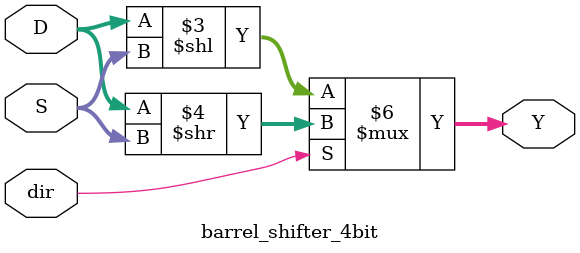
<source format=v>
`timescale 1ns / 1ps


module barrel_shifter_4bit (
    input [3:0] D,   // 4-bit input data
    input [1:0] S,   // 2-bit shift amount (0 to 3)
    input dir,       // Shift direction (0 = left, 1 = right)
    output reg [3:0] Y); // Shifted output

    always @(*) begin
        if (dir == 0) // Left Shift
            Y = D << S;
        else          // Right Shift
            Y = D >> S;
    end
endmodule

</source>
